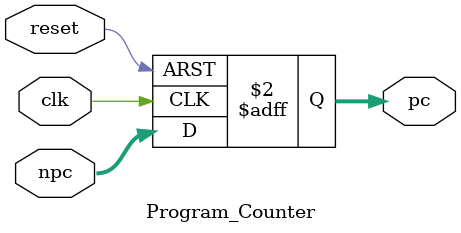
<source format=v>
`timescale 1ns / 1ps


module Program_Counter(
    input clk,
    input reset,
    input [31:0] npc,
    output reg [31:0] pc
    );
    
    always @(posedge clk or posedge reset)
        begin 
            if (reset) 
                begin
                    pc <= 32'b0;
                end
            else
                begin
                    pc <= npc;
                end
        end 
endmodule

</source>
